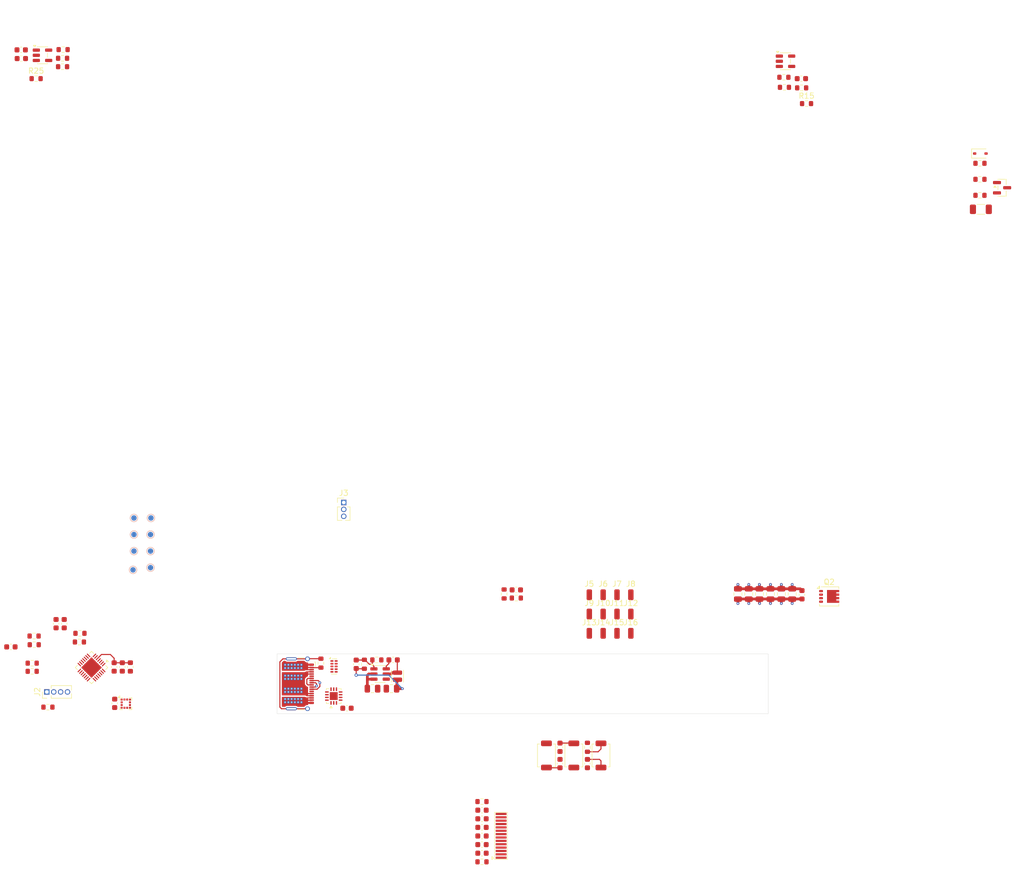
<source format=kicad_pcb>
(kicad_pcb
	(version 20241229)
	(generator "pcbnew")
	(generator_version "9.0")
	(general
		(thickness 1.6)
		(legacy_teardrops no)
	)
	(paper "A4")
	(layers
		(0 "F.Cu" signal)
		(4 "In1.Cu" signal)
		(6 "In2.Cu" signal)
		(2 "B.Cu" signal)
		(9 "F.Adhes" user "F.Adhesive")
		(11 "B.Adhes" user "B.Adhesive")
		(13 "F.Paste" user)
		(15 "B.Paste" user)
		(5 "F.SilkS" user "F.Silkscreen")
		(7 "B.SilkS" user "B.Silkscreen")
		(1 "F.Mask" user)
		(3 "B.Mask" user)
		(17 "Dwgs.User" user "User.Drawings")
		(19 "Cmts.User" user "User.Comments")
		(21 "Eco1.User" user "User.Eco1")
		(23 "Eco2.User" user "User.Eco2")
		(25 "Edge.Cuts" user)
		(27 "Margin" user)
		(31 "F.CrtYd" user "F.Courtyard")
		(29 "B.CrtYd" user "B.Courtyard")
		(35 "F.Fab" user)
		(33 "B.Fab" user)
		(39 "User.1" user)
		(41 "User.2" user)
		(43 "User.3" user)
		(45 "User.4" user)
	)
	(setup
		(stackup
			(layer "F.SilkS"
				(type "Top Silk Screen")
				(color "Black")
			)
			(layer "F.Paste"
				(type "Top Solder Paste")
			)
			(layer "F.Mask"
				(type "Top Solder Mask")
				(color "White")
				(thickness 0.01)
			)
			(layer "F.Cu"
				(type "copper")
				(thickness 0.035)
			)
			(layer "dielectric 1"
				(type "prepreg")
				(thickness 0.1)
				(material "FR4")
				(epsilon_r 4.5)
				(loss_tangent 0.02)
			)
			(layer "In1.Cu"
				(type "copper")
				(thickness 0.035)
			)
			(layer "dielectric 2"
				(type "core")
				(thickness 1.24)
				(material "FR4")
				(epsilon_r 4.5)
				(loss_tangent 0.02)
			)
			(layer "In2.Cu"
				(type "copper")
				(thickness 0.035)
			)
			(layer "dielectric 3"
				(type "prepreg")
				(thickness 0.1)
				(material "FR4")
				(epsilon_r 4.5)
				(loss_tangent 0.02)
			)
			(layer "B.Cu"
				(type "copper")
				(thickness 0.035)
			)
			(layer "B.Mask"
				(type "Bottom Solder Mask")
				(thickness 0.01)
			)
			(layer "B.Paste"
				(type "Bottom Solder Paste")
			)
			(layer "B.SilkS"
				(type "Bottom Silk Screen")
			)
			(copper_finish "None")
			(dielectric_constraints no)
		)
		(pad_to_mask_clearance 0)
		(allow_soldermask_bridges_in_footprints no)
		(tenting front back)
		(pcbplotparams
			(layerselection 0x00000000_00000000_55555555_5755f5ff)
			(plot_on_all_layers_selection 0x00000000_00000000_00000000_00000000)
			(disableapertmacros no)
			(usegerberextensions no)
			(usegerberattributes yes)
			(usegerberadvancedattributes yes)
			(creategerberjobfile yes)
			(dashed_line_dash_ratio 12.000000)
			(dashed_line_gap_ratio 3.000000)
			(svgprecision 4)
			(plotframeref no)
			(mode 1)
			(useauxorigin no)
			(hpglpennumber 1)
			(hpglpenspeed 20)
			(hpglpendiameter 15.000000)
			(pdf_front_fp_property_popups yes)
			(pdf_back_fp_property_popups yes)
			(pdf_metadata yes)
			(pdf_single_document no)
			(dxfpolygonmode yes)
			(dxfimperialunits yes)
			(dxfusepcbnewfont yes)
			(psnegative no)
			(psa4output no)
			(plot_black_and_white yes)
			(sketchpadsonfab no)
			(plotpadnumbers no)
			(hidednponfab no)
			(sketchdnponfab yes)
			(crossoutdnponfab yes)
			(subtractmaskfromsilk no)
			(outputformat 1)
			(mirror no)
			(drillshape 1)
			(scaleselection 1)
			(outputdirectory "")
		)
	)
	(net 0 "")
	(net 1 "+3.3V")
	(net 2 "GND")
	(net 3 "VBUS")
	(net 4 "Net-(U4-SW)")
	(net 5 "Net-(U4-BST)")
	(net 6 "Net-(U4-FB)")
	(net 7 "/NRST")
	(net 8 "/BTN1")
	(net 9 "/BTN2")
	(net 10 "/TC_FB")
	(net 11 "Net-(U6--)")
	(net 12 "/BOOTSEL")
	(net 13 "Net-(C27-Pad2)")
	(net 14 "Net-(D1-A)")
	(net 15 "/SCL")
	(net 16 "/DISP_NRST")
	(net 17 "/SDA")
	(net 18 "Net-(R7-Pad2)")
	(net 19 "/TIP_H")
	(net 20 "/SWDIO")
	(net 21 "/D-")
	(net 22 "/D+")
	(net 23 "/HEATER_ON")
	(net 24 "/CURR_FB")
	(net 25 "/VBUS_FB")
	(net 26 "/TIP_K")
	(net 27 "Net-(U6-+)")
	(net 28 "Net-(R14-Pad2)")
	(net 29 "/NTC")
	(net 30 "/PA15")
	(net 31 "/PD0")
	(net 32 "/PD1")
	(net 33 "/CC2")
	(net 34 "/CC1")
	(net 35 "/LED_RING")
	(net 36 "/ACC_INT1")
	(net 37 "/SWCLK")
	(net 38 "/INT_N")
	(net 39 "/ACC_INT2")
	(net 40 "/PB3")
	(net 41 "Net-(J4-Pin_13)")
	(net 42 "Net-(J4-Pin_2)")
	(net 43 "Net-(J4-Pin_1)")
	(net 44 "Net-(J4-Pin_4)")
	(net 45 "Net-(J4-Pin_3)")
	(net 46 "Net-(J4-Pin_14)")
	(net 47 "Net-(U7--)")
	(net 48 "Net-(J1-SHIELD)")
	(net 49 "unconnected-(J4-Pin_6-Pad6)")
	(net 50 "Net-(J4-Pin_12)")
	(net 51 "Net-(Q1-E)")
	(net 52 "Net-(Q1-B)")
	(net 53 "/PA5")
	(net 54 "Net-(U7-+)")
	(net 55 "unconnected-(U5-~{CS}-Pad10)")
	(net 56 "/JDP")
	(net 57 "/JDN")
	(net 58 "unconnected-(U3-NC-Pad6)")
	(net 59 "unconnected-(U3-NC-Pad10)")
	(net 60 "unconnected-(U3-NC-Pad7)")
	(net 61 "unconnected-(U3-NC-Pad9)")
	(net 62 "/SHUNT_H")
	(net 63 "Net-(J4-Pin_9)")
	(net 64 "Net-(U1-VDDA)")
	(footprint "Capacitor_SMD:C_0603_1608Metric" (layer "F.Cu") (at 144.6 135.4))
	(footprint "Connector_Wire:SolderWirePad_1x01_SMD_1x2mm" (layer "F.Cu") (at 158.05 139.85))
	(footprint "Capacitor_SMD:C_0603_1608Metric" (layer "F.Cu") (at 152.65 167.4 90))
	(footprint "Capacitor_SMD:C_0603_1608Metric" (layer "F.Cu") (at 59.8 141.625 90))
	(footprint "Resistor_SMD:R_0603_1608Metric" (layer "F.Cu") (at 142.35 136.15 -90))
	(footprint "Package_SON:USON-10_2.5x1.0mm_P0.5mm" (layer "F.Cu") (at 111.015 149.5))
	(footprint "Connector_Wire:SolderWirePad_1x01_SMD_1x2mm" (layer "F.Cu") (at 165.7 136.3))
	(footprint "Resistor_SMD:R_0603_1608Metric" (layer "F.Cu") (at 61 39))
	(footprint "Package_TO_SOT_SMD:SOT-23-5" (layer "F.Cu") (at 194.2 38))
	(footprint "Resistor_SMD:R_0603_1608Metric" (layer "F.Cu") (at 64.1 145))
	(footprint "Capacitor_SMD:C_0805_2012Metric" (layer "F.Cu") (at 189.4 136.15 -90))
	(footprint "Resistor_SMD:R_0603_1608Metric" (layer "F.Cu") (at 55.4 150.4))
	(footprint "Connector_Wire:SolderWirePad_1x01_SMD_1x2mm" (layer "F.Cu") (at 160.6 139.85))
	(footprint "Capacitor_SMD:C_0603_1608Metric" (layer "F.Cu") (at 138.275 180.742857))
	(footprint "Capacitor_SMD:C_0603_1608Metric" (layer "F.Cu") (at 138.275 183.914286))
	(footprint "Inductor_SMD:L_Changjiang_FTC201607S" (layer "F.Cu") (at 122.7 151.3 -90))
	(footprint "Resistor_SMD:R_0603_1608Metric" (layer "F.Cu") (at 55.775 145.5))
	(footprint "Connector_Wire:SolderWirePad_1x01_SMD_1x2mm" (layer "F.Cu") (at 163.15 139.85))
	(footprint "Capacitor_SMD:C_0805_2012Metric" (layer "F.Cu") (at 185.43 136.15 -90))
	(footprint "Resistor_SMD:R_0603_1608Metric" (layer "F.Cu") (at 61 37.45))
	(footprint "Package_TO_SOT_SMD:SOT-23-5" (layer "F.Cu") (at 57.3 36.9))
	(footprint "Capacitor_SMD:C_0805_2012Metric" (layer "F.Cu") (at 191.43 136.15 -90))
	(footprint "Resistor_SMD:R_0603_1608Metric" (layer "F.Cu") (at 157.7 164.4 -90))
	(footprint "Connector_Wire:SolderWirePad_1x01_SMD_1x2mm" (layer "F.Cu") (at 165.7 143.4))
	(footprint "Capacitor_SMD:C_0603_1608Metric" (layer "F.Cu") (at 72 149.6 -90))
	(footprint "Connector_Wire:SolderWirePad_1x01_SMD_1x2mm" (layer "F.Cu") (at 163.15 143.4))
	(footprint "Connector_USB:USB_C_Receptacle_G-Switch_GT-USB-7025" (layer "F.Cu") (at 103.439427 152.7 -90))
	(footprint "Connector_Wire:SolderWirePad_1x01_SMD_1x2mm" (layer "F.Cu") (at 160.6 136.3))
	(footprint "Resistor_SMD:R_0603_1608Metric" (layer "F.Cu") (at 116.6 149.1 90))
	(footprint "Connector_Wire:SolderWirePad_1x01_SMD_1x2mm" (layer "F.Cu") (at 165.7 139.85))
	(footprint "Capacitor_SMD:C_0603_1608Metric" (layer "F.Cu") (at 138.275 182.328571))
	(footprint "Resistor_SMD:R_0603_1608Metric" (layer "F.Cu") (at 230.025 59.75))
	(footprint "Capacitor_SMD:C_0805_2012Metric" (layer "F.Cu") (at 195.43 136.15 -90))
	(footprint "Capacitor_SMD:C_0603_1608Metric" (layer "F.Cu") (at 197.23 136.3 -90))
	(footprint "Capacitor_SMD:C_0603_1608Metric" (layer "F.Cu") (at 70.5 149.6 -90))
	(footprint "Resistor_SMD:R_1206_3216Metric" (layer "F.Cu") (at 230.1925 65.28))
	(footprint "Capacitor_SMD:C_0603_1608Metric" (layer "F.Cu") (at 138.275 177.571429))
	(footprint "Connector_PinHeader_1.27mm:PinHeader_1x03_P1.27mm_Vertical" (layer "F.Cu") (at 112.8 119.3))
	(footprint "Capacitor_SMD:C_0805_2012Metric" (layer "F.Cu") (at 193.43 136.15 -90))
	(footprint "Resistor_SMD:R_0603_1608Metric" (layer "F.Cu") (at 144.6 136.9))
	(footprint "Capacitor_SMD:C_0603_1608Metric" (layer "F.Cu") (at 152.65 164.4 -90))
	(footprint "Capacitor_SMD:C_0805_2012Metric" (layer "F.Cu") (at 121.6 153.6 180))
	(footprint "Custom:FPC_14" (layer "F.Cu") (at 141.8 180.71 90))
	(footprint "Capacitor_SMD:C_0603_1608Metric" (layer "F.Cu") (at 115.1 149.1 90))
	(footprint "Package_TO_SOT_SMD:TSOT-23-6" (layer "F.Cu") (at 119.5 150.9))
	(footprint "Package_LGA:LGA-12_2x2mm_P0.5mm" (layer "F.Cu") (at 72.65 156.3625))
	(footprint "Package_DFN_QFN:WQFN-28-1EP_4x4mm_P0.4mm_EP2.7x2.7mm" (layer "F.Cu") (at 66.32946 149.704854 -135))
	(footprint "Resistor_SMD:R_0603_1608Metric" (layer "F.Cu") (at 64.2 143.4))
	(footprint "Connector_Wire:SolderWirePad_1x01_SMD_1x2mm" (layer "F.Cu") (at 163.15 136.3))
	(footprint "Capacitor_SMD:C_0603_1608Metric" (layer "F.Cu") (at 138.275 179.157143))
	(footprint "Connector_PinHeader_1.27mm:PinHeader_1x04_P1.27mm_Vertical"
		(layer "F.Cu")
		(uuid "97e08cc2-3a03-4481-966a-47e2c700f232")
		(at 58.095 154.2 90)
		(descr "Through hole straight pin header, 1x04, 1.27mm pitch, single row")
		(tags "Through hole pin header THT 1x04 1.27mm single row")
		(property "Reference" "J2"
			(at 0 -1.745 90)
			(layer "F.SilkS")
			(uuid "d298bfd7-e5d3-4a83-80b7-abc3a5df5756")
			(effects
				(font
					(size 1 1)
					(thickness 0.15)
				)
			)
		)
		(property "Value" "DBG"
			(at 0 5.555 90)
			(layer "F.Fab")
			(uuid "e573f6bf-72ff-4a38-b855-4c82e13849fe")
			(effects
				(font
					(size 1 1)
					(thickness 0.15)
				)
			)
		)
		(property "Datasheet" "~"
			(at 0 0 90)
			(layer "F.Fab")
			(hide yes)
			(uuid "b3b7b9fc-7ac8-4cf4-a1f7-552909f32824")
			(effects
				(font
					(size 1.27 1.27)
					(thickness 0.15)
				)
			)
		)
		(property "Description" "Generic connector, single row, 01x04, script generated"
			(at 0 0 90)
			(layer "F.Fab")
			(hide yes)
			(uuid "725f861c-980f-47ca-9c16-8ef99fb23c02")
			(effects
				(font
					(size 1.27 1.27)
					(thickness 0.15)
				)
			)
		)
		(property ki_fp_filters "Connector*:*_1x??_*")
		(path "/e2c31f10-75c2-4b08-abb1-5b05c1123794")
		(sheetname "/")
		(sheetfile "usbc_soldering_iron.kicad_sch")
		(attr through_hole)
		(fp_line
			(start -1.16 -0.81)
			(end 0 -0.81)
			(stroke
				(width 0.12)
				(type solid)
			)
			(layer "F.SilkS")
			(uuid "798ee0f0-6bdd-4550-aacb-2d82f99b5c84")
		)
		(fp_line
			(start -1.16 0)
			(end -1.16 -0.81)
			(stroke
				(width 0.12)
				(type solid)
			)
			(layer "F.SilkS")
			(uuid "64f235da-d64f-43ee-b9c1-e6a74c035a35")
		)
		(fp_line
			(start 1.16 0.81)
			(end 1.16 4.555)
			(stroke
				(width 0.12)
				(type solid)
			)
			(layer "F.SilkS")
			(uuid "c45d3a5b-5eaf-40f3-8af9-ee190e037e5a")
		)
		(fp_line
			(start 0.666708 0.81)
			(end 1.16 0.81)
			(stroke
				(width 0.12)
				(type solid)
			)
			(layer "F.SilkS")
			(uuid "c0e4a950-6bee-4873-95fd-684b371c0967")
		)
		(fp_line
			(start -1.16 0.81)
			(end -0.666708 0.81)
			(stroke
				(width 0.12)
				(type solid)
			)
			(layer "F.SilkS")
			(uuid "fd3ca091-d970-432c-8cad-6ca51e18cc6a")
		)
		(fp_line
			(start -1.16 0.81)
			(end -1.16 4.555)
			(stroke
				(width 0.12)
				(type solid)
			)
			(layer "F.SilkS")
			(uuid "6cfba557-2f48-4121-be46-7ac465a50eca")
		)
		(fp_line
			(start 0.317923 4.555)
			(end 1.16 4.555)
			(stroke
				(width 0.12)
				(type solid)
			)
			(layer "F.SilkS")
			(uuid "5737efc3-5e5c-44a4-8c98-90a4be6d0441")
		)
		(fp_line
			(start -1.16 4.555)
			(end -0.317923 4.555)
			(stroke
				(width 0.12)
				(type solid)
			)
			(layer "F.SilkS")
			(uuid "9e89ef06-0523-4973-b9e7-535f596982f7")
		)
		(fp_rect
			(start -1.55 -1.14)
			(end 1.55 4.95)
			(stroke
				(width 0.05)
				(type solid)
			)
			(fill no)
			(layer "F.CrtYd")
			(uuid "d86db967-1f02-4935-a3e8-8992b665cce1")
		)
		(fp_line
			(start 1.05 -0.635)
			(end 1.05 4.445)
			(stroke
				(width 0.1)
				(type solid)
			)
			(layer "F.Fab")
			(uuid "f0c3b701-7167-4852-a934-e3a2ea3f2c67")
		)
		(fp_line
			(start -0.525 -0.635)
			(end 1.05 -0.635)
			(stroke
				(width 0.1)
				(type solid)
			)
			(layer "F.Fab")
			(uuid "a96b337a-4f2f-4774-90d5-18171e79bb88")
		)
		(fp_line
			(start -1.05 -0.11)
			(end -0.525 -0.635)
			(stroke
				(width 0.1)
				(type solid)
			)
			(layer "F.Fab")
			(uuid "cb068c30-b0c3-4a7b-ad2c-7d8a87cc71fa")
		)
		(fp_line
			(start 1.05 4.445)
			(end -1.05 4.445)
			(stroke
				(width 0.1)
				(type solid)
			)
			(layer "F.Fab")
			(uuid "f852c547-3f62-4860-99f9-cecd0bd55e4c")
		)
		(fp_line
			(start -1.05 4.445)
			(end -1.05 -0.11)
			(stroke
				(width 0.1)
				(type solid)
			)
			(layer "F.Fab")
			(uuid "bda59522-e005-46f2-ae6c-ec9278b239cd")
		)
		(fp_text user "${REFERENCE}"
			(at 0 1.905 0)
			(layer "F.Fab")
			(uuid "fb2c0148-8cf3-4d29-a1a4-b0949dc9ac37")
			(effects
				(font
					(size 1 1)
					(thickness 0.15)
				)
			)
		)
		(pad "1" thru_hole rect
			(at 0 0 90)
			(size 1 1)
			(drill 0.65)
			(layers "*.Cu" "*.Mask")
			(remove_unused_layers no)
			(net 1 "+3.3V")
			(pinfunction "Pin_1")
			(pintype "passive")
			(uuid "859388f9-286b-463a-ae40-8cb7f9c08d5f")
		)
		(pad "2" thru_hole circle
			(at 0 1.27 90)
			(size 1 1)
			(drill 0.65)
			(layers "*.Cu" "*.Mask")
			(remove_unused_layers no)
			(net 20 "/SWDIO")
			(pinfunction "Pin_2")
			(pintype "passive")
			(uuid "bd9759e7-904d-438e-add4-fdb7708eb958")
		)
		(pad "3" thru_hole circle
			(at 0 2.54 90)
			(size 1 1)

... [243600 chars truncated]
</source>
